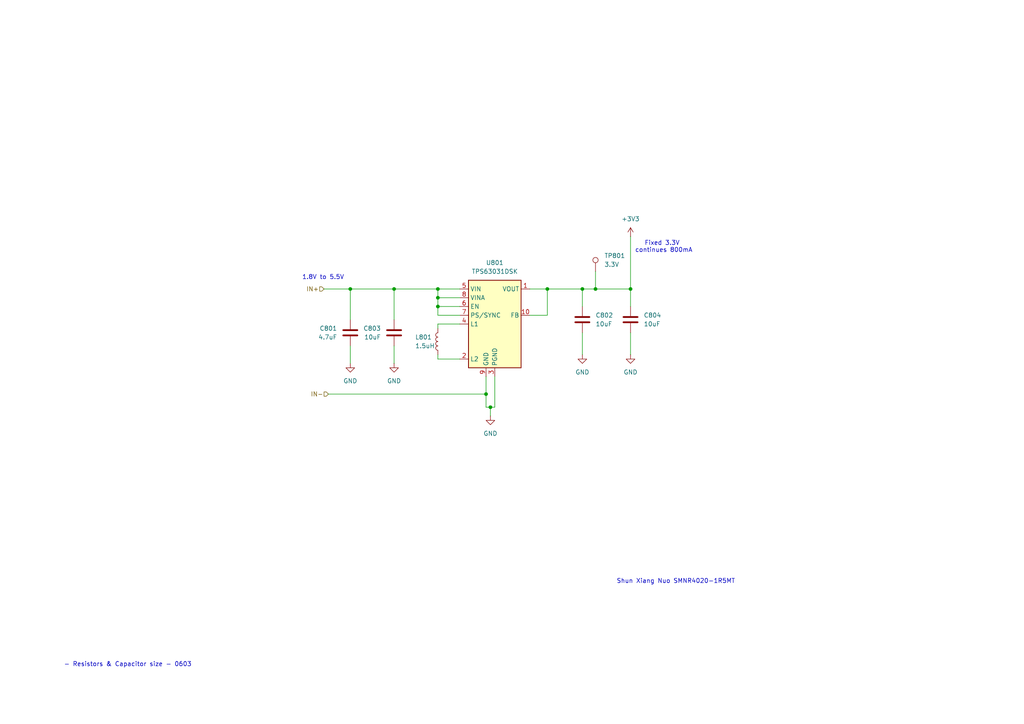
<source format=kicad_sch>
(kicad_sch (version 20250114) (generator "eeschema") (generator_version "9.0")
  (paper "A4")
  (lib_symbols
    (symbol "Connector:TestPoint" (pin_numbers (hide yes)) (pin_names (offset 0.762) (hide yes))
      (property "Reference" "TP" (at 0 6.858 0))
      (property "Value" "TestPoint" (at 0 5.08 0))
      (symbol "TestPoint_0_1"
        (circle (center 0 3.302) (radius 0.762))
      )
      (symbol "TestPoint_1_1"
        (pin passive line (at 0 0 90) (length 2.54) (name "1") (number "1"))
      )
    )
    (symbol "Device:C" (pin_numbers (hide yes)) (pin_names (offset 0.254))
      (property "Reference" "C" (at 0.635 2.54 0))
      (property "Value" "C" (at 0.635 -2.54 0))
      (symbol "C_0_1"
        (polyline (pts (xy -2.032 0.762) (xy 2.032 0.762)) (stroke (width 0.508)))
        (polyline (pts (xy -2.032 -0.762) (xy 2.032 -0.762)) (stroke (width 0.508)))
      )
      (symbol "C_1_1"
        (pin passive line (at 0 3.81 270) (length 2.794) (name "~") (number "1"))
        (pin passive line (at 0 -3.81 90) (length 2.794) (name "~") (number "2"))
      )
    )
    (symbol "Device:L" (pin_numbers (hide yes)) (pin_names (offset 1.016) (hide yes))
      (property "Reference" "L" (at -1.27 0 90))
      (property "Value" "L" (at 1.905 0 90))
      (symbol "L_0_1"
        (arc (start 0 2.54) (mid 0.6323 1.905) (end 0 1.27))
        (arc (start 0 1.27) (mid 0.6323 0.635) (end 0 0))
        (arc (start 0 0) (mid 0.6323 -0.635) (end 0 -1.27))
        (arc (start 0 -1.27) (mid 0.6323 -1.905) (end 0 -2.54))
      )
      (symbol "L_1_1"
        (pin passive line (at 0 3.81 270) (length 1.27) (name "1") (number "1"))
        (pin passive line (at 0 -3.81 90) (length 1.27) (name "2") (number "2"))
      )
    )
    (symbol "Regulator_Switching:TPS63031DSK"
      (property "Reference" "U" (at -7.62 13.97 0))
      (property "Value" "TPS63031DSK" (at 5.08 13.97 0))
      (symbol "TPS63031DSK_0_1"
        (rectangle (start -7.62 12.7) (end 7.62 -12.7) (stroke (width 0.254)) (fill (type background)))
      )
      (symbol "TPS63031DSK_1_1"
        (pin power_in line (at -10.16 10.16 0) (length 2.54) (name "VIN") (number "5"))
        (pin passive line (at -10.16 7.62 0) (length 2.54) (name "VINA") (number "8"))
        (pin input line (at -10.16 5.08 0) (length 2.54) (name "EN") (number "6"))
        (pin input line (at -10.16 2.54 0) (length 2.54) (name "PS/SYNC") (number "7"))
        (pin input line (at -10.16 0 0) (length 2.54) (name "L1") (number "4"))
        (pin input line (at -10.16 -10.16 0) (length 2.54) (name "L2") (number "2"))
        (pin power_in line (at -2.54 -15.24 90) (length 2.54) (name "GND") (number "9"))
        (pin passive line (at 0 -15.24 90) (length 2.54) (hide yes) (name "PGND") (number "11"))
        (pin power_in line (at 0 -15.24 90) (length 2.54) (name "PGND") (number "3"))
        (pin power_out line (at 10.16 10.16 180) (length 2.54) (name "VOUT") (number "1"))
        (pin input line (at 10.16 2.54 180) (length 2.54) (name "FB") (number "10"))
      )
    )
    (symbol "power:+3V3" (power) (pin_numbers (hide yes)) (pin_names (offset 0) (hide yes))
      (property "Value" "+3V3" (at 0 3.556 0))
      (symbol "+3V3_0_1"
        (polyline (pts (xy -0.762 1.27) (xy 0 2.54)))
        (polyline (pts (xy 0 2.54) (xy 0.762 1.27)))
        (polyline (pts (xy 0 0) (xy 0 2.54)))
      )
      (symbol "+3V3_1_1"
        (pin power_in line (at 0 0 90) (length 0) (name "~") (number "1"))
      )
    )
    (symbol "power:GND" (power) (pin_numbers (hide yes)) (pin_names (offset 0) (hide yes))
      (property "Value" "GND" (at 0 -3.81 0))
      (symbol "GND_0_1"
        (polyline (pts (xy 0 0) (xy 0 -1.27) (xy 1.27 -1.27) (xy 0 -2.54) (xy -1.27 -1.27) (xy 0 -1.27)))
      )
      (symbol "GND_1_1"
        (pin power_in line (at 0 0 270) (length 0) (name "~") (number "1"))
      )
    )
  )
  (text "Shun Xiang Nuo SMNR4020-1R5MT\n" (at 178.816 168.656 0) (effects (font (size 1.27 1.27)) (justify left)))
  (text " - Resistors & Capacitor size - 0603" (at 36.576 192.786 0) (effects (font (size 1.27 1.27))))
  (text "1.8V to 5.5V" (at 93.726 80.518 0) (effects (font (size 1.27 1.27))))
  (text "Fixed 3.3V \ncontinues 800mA" (at 192.532 71.628 0) (effects (font (size 1.27 1.27))))
  (junction (at 168.91 83.82))
  (junction (at 158.75 83.82))
  (junction (at 182.88 83.82))
  (junction (at 127 88.9))
  (junction (at 101.6 83.82))
  (junction (at 127 86.36))
  (junction (at 142.24 118.11))
  (junction (at 140.97 114.3))
  (junction (at 172.72 83.82))
  (junction (at 114.3 83.82))
  (junction (at 127 83.82))
  (wire (pts (xy 114.3 105.41) (xy 114.3 100.33)))
  (wire (pts (xy 114.3 83.82) (xy 127 83.82)))
  (wire (pts (xy 182.88 68.58) (xy 182.88 83.82)))
  (wire (pts (xy 168.91 83.82) (xy 172.72 83.82)))
  (wire (pts (xy 95.25 114.3) (xy 140.97 114.3)))
  (wire (pts (xy 182.88 88.9) (xy 182.88 83.82)))
  (wire (pts (xy 140.97 109.22) (xy 140.97 114.3)))
  (wire (pts (xy 168.91 83.82) (xy 158.75 83.82)))
  (wire (pts (xy 142.24 118.11) (xy 143.51 118.11)))
  (wire (pts (xy 168.91 102.87) (xy 168.91 96.52)))
  (wire (pts (xy 158.75 83.82) (xy 153.67 83.82)))
  (wire (pts (xy 127 104.14) (xy 127 102.87)))
  (wire (pts (xy 101.6 83.82) (xy 101.6 92.71)))
  (wire (pts (xy 114.3 92.71) (xy 114.3 83.82)))
  (wire (pts (xy 101.6 83.82) (xy 114.3 83.82)))
  (wire (pts (xy 127 91.44) (xy 127 88.9)))
  (wire (pts (xy 127 86.36) (xy 133.35 86.36)))
  (wire (pts (xy 93.98 83.82) (xy 101.6 83.82)))
  (wire (pts (xy 172.72 78.74) (xy 172.72 83.82)))
  (wire (pts (xy 158.75 91.44) (xy 158.75 83.82)))
  (wire (pts (xy 127 88.9) (xy 133.35 88.9)))
  (wire (pts (xy 172.72 83.82) (xy 182.88 83.82)))
  (wire (pts (xy 127 93.98) (xy 127 95.25)))
  (wire (pts (xy 127 86.36) (xy 127 83.82)))
  (wire (pts (xy 133.35 93.98) (xy 127 93.98)))
  (wire (pts (xy 127 83.82) (xy 133.35 83.82)))
  (wire (pts (xy 133.35 104.14) (xy 127 104.14)))
  (wire (pts (xy 153.67 91.44) (xy 158.75 91.44)))
  (wire (pts (xy 143.51 118.11) (xy 143.51 109.22)))
  (wire (pts (xy 142.24 120.65) (xy 142.24 118.11)))
  (wire (pts (xy 182.88 102.87) (xy 182.88 96.52)))
  (wire (pts (xy 133.35 91.44) (xy 127 91.44)))
  (wire (pts (xy 140.97 118.11) (xy 142.24 118.11)))
  (wire (pts (xy 127 88.9) (xy 127 86.36)))
  (wire (pts (xy 140.97 114.3) (xy 140.97 118.11)))
  (wire (pts (xy 168.91 88.9) (xy 168.91 83.82)))
  (wire (pts (xy 101.6 100.33) (xy 101.6 105.41)))
  (hierarchical_label "IN+" (shape input) (at 93.98 83.82 180))
  (hierarchical_label "IN-" (shape input) (at 95.25 114.3 180))
  (symbol (lib_id "Regulator_Switching:TPS63031DSK") (at 143.51 93.98 0) (unit 1)
    (property "Reference" "U801" (at 143.51 76.2 0))
    (property "Value" "TPS63031DSK" (at 143.51 78.74 0))
    (property "Footprint" "Package_SON:WSON-10-1EP_2.5x2.5mm_P0.5mm_EP1.2x2mm" (effects (hide yes)))
    (property "Datasheet" "http://www.ti.com/lit/ds/symlink/tps63031.pdf" (effects (hide yes)))
    (property "Description" "Buck-Boost Converter, 1.8-5.5V Input Voltage, 1A Switch Current, 3.3V Output Voltage, VSON-10 (DSK0010A)" (effects (hide yes)))
  )
  (symbol (lib_id "power:GND") (at 114.3 105.41 0) (unit 1)
    (property "Reference" "#PWR0805" (effects (hide yes)))
    (property "Value" "GND" (at 114.3 110.49 0))
    (property "Description" "Power symbol creates a global label with name \"GND\" , ground" (effects (hide yes)))
  )
  (symbol (lib_id "power:GND") (at 101.6 105.41 0) (unit 1)
    (property "Reference" "#PWR0801" (effects (hide yes)))
    (property "Value" "GND" (at 101.6 110.49 0))
    (property "Description" "Power symbol creates a global label with name \"GND\" , ground" (effects (hide yes)))
  )
  (symbol (lib_id "power:GND") (at 182.88 102.87 0) (unit 1)
    (property "Reference" "#PWR0806" (effects (hide yes)))
    (property "Value" "GND" (at 182.88 107.95 0))
    (property "Description" "Power symbol creates a global label with name \"GND\" , ground" (effects (hide yes)))
  )
  (symbol (lib_id "power:+3V3") (at 182.88 68.58 0) (unit 1)
    (property "Reference" "#PWR0804" (effects (hide yes)))
    (property "Value" "+3V3" (at 182.88 63.5 0))
    (property "Description" "Power symbol creates a global label with name \"+3V3\"" (effects (hide yes)))
  )
  (symbol (lib_id "Connector:TestPoint") (at 172.72 78.74 0) (unit 1)
    (property "Reference" "TP801" (at 175.26 74.1679 0) (effects (justify left)))
    (property "Value" "3.3V" (at 175.26 76.7079 0) (effects (justify left)))
    (property "Footprint" "TestPoint:TestPoint_Pad_D1.0mm" (effects (hide yes)))
    (property "Description" "test point" (effects (hide yes)))
  )
  (symbol (lib_id "power:GND") (at 142.24 120.65 0) (unit 1)
    (property "Reference" "#PWR0802" (effects (hide yes)))
    (property "Value" "GND" (at 142.24 125.73 0))
    (property "Description" "Power symbol creates a global label with name \"GND\" , ground" (effects (hide yes)))
  )
  (symbol (lib_id "Device:C") (at 168.91 92.71 0) (unit 1)
    (property "Reference" "C802" (at 172.72 91.4399 0) (effects (justify left)))
    (property "Value" "10uF" (at 172.72 93.9799 0) (effects (justify left)))
    (property "Footprint" "Capacitor_SMD:C_0603_1608Metric_Pad1.08x0.95mm_HandSolder" (effects (hide yes)))
    (property "Description" "Unpolarized capacitor" (effects (hide yes)))
  )
  (symbol (lib_id "Device:C") (at 114.3 96.52 0) (mirror y) (unit 1)
    (property "Reference" "C803" (at 110.49 95.2499 0) (effects (justify left)))
    (property "Value" "10uF" (at 110.49 97.7899 0) (effects (justify left)))
    (property "Footprint" "Capacitor_SMD:C_0603_1608Metric_Pad1.08x0.95mm_HandSolder" (effects (hide yes)))
    (property "Description" "Unpolarized capacitor" (effects (hide yes)))
  )
  (symbol (lib_id "Device:C") (at 182.88 92.71 0) (unit 1)
    (property "Reference" "C804" (at 186.69 91.4399 0) (effects (justify left)))
    (property "Value" "10uF" (at 186.69 93.9799 0) (effects (justify left)))
    (property "Footprint" "Capacitor_SMD:C_0603_1608Metric_Pad1.08x0.95mm_HandSolder" (effects (hide yes)))
    (property "Description" "Unpolarized capacitor" (effects (hide yes)))
  )
  (symbol (lib_id "Device:L") (at 127 99.06 0) (mirror y) (unit 1)
    (property "Reference" "L801" (at 120.396 97.79 0) (effects (justify right)))
    (property "Value" "1.5uH" (at 120.396 100.33 0) (effects (justify right)))
    (property "Footprint" "Inductor_SMD_Wurth:L_Wurth_WE-LQSH-4020" (effects (hide yes)))
    (property "Description" "Inductor" (effects (hide yes)))
  )
  (symbol (lib_id "Device:C") (at 101.6 96.52 0) (mirror y) (unit 1)
    (property "Reference" "C801" (at 97.79 95.2499 0) (effects (justify left)))
    (property "Value" "4.7uF" (at 97.79 97.7899 0) (effects (justify left)))
    (property "Footprint" "Capacitor_SMD:C_0603_1608Metric_Pad1.08x0.95mm_HandSolder" (effects (hide yes)))
    (property "Description" "Unpolarized capacitor" (effects (hide yes)))
  )
  (symbol (lib_id "power:GND") (at 168.91 102.87 0) (unit 1)
    (property "Reference" "#PWR0803" (effects (hide yes)))
    (property "Value" "GND" (at 168.91 107.95 0))
    (property "Description" "Power symbol creates a global label with name \"GND\" , ground" (effects (hide yes)))
  )
)
</source>
